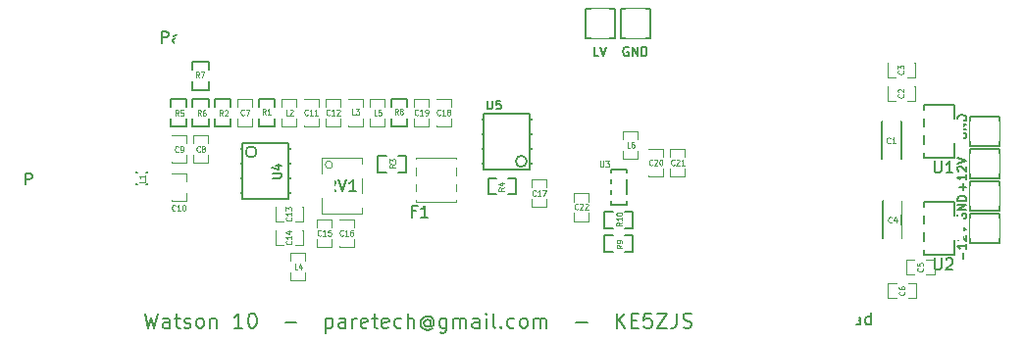
<source format=gto>
G04 (created by PCBNEW (2013-09-28 BZR 4356)-product) date 10/22/2013 9:10:19 PM*
%MOIN*%
G04 Gerber Fmt 3.4, Leading zero omitted, Abs format*
%FSLAX34Y34*%
G01*
G70*
G90*
G04 APERTURE LIST*
%ADD10C,0.005906*%
%ADD11C,0.006250*%
%ADD12C,0.005000*%
%ADD13C,0.004700*%
%ADD14C,0.006000*%
%ADD15C,0.003937*%
%ADD16C,0.000394*%
%ADD17C,0.004500*%
%ADD18C,0.007900*%
%ADD19C,0.005900*%
%ADD20C,0.003900*%
%ADD21R,0.200000X0.095000*%
%ADD22R,0.200000X0.090000*%
%ADD23R,0.045000X0.025000*%
%ADD24R,0.025000X0.045000*%
%ADD25R,0.100000X0.070000*%
%ADD26R,0.060000X0.100000*%
%ADD27R,0.063000X0.027600*%
%ADD28R,0.082700X0.027600*%
%ADD29R,0.108300X0.078700*%
%ADD30R,0.059100X0.076800*%
%ADD31R,0.050000X0.025000*%
%ADD32R,0.062992X0.051181*%
%ADD33R,0.062992X0.078740*%
%ADD34R,0.039528X0.104331*%
%ADD35R,0.039400X0.023600*%
%ADD36R,0.059055X0.031496*%
%ADD37R,0.070000X0.100000*%
%ADD38C,0.100000*%
G04 APERTURE END LIST*
G54D10*
G54D11*
X64906Y-58981D02*
X65025Y-59481D01*
X65120Y-59124D01*
X65215Y-59481D01*
X65335Y-58981D01*
X65739Y-59481D02*
X65739Y-59219D01*
X65715Y-59171D01*
X65668Y-59147D01*
X65573Y-59147D01*
X65525Y-59171D01*
X65739Y-59457D02*
X65692Y-59481D01*
X65573Y-59481D01*
X65525Y-59457D01*
X65501Y-59409D01*
X65501Y-59362D01*
X65525Y-59314D01*
X65573Y-59290D01*
X65692Y-59290D01*
X65739Y-59266D01*
X65906Y-59147D02*
X66096Y-59147D01*
X65977Y-58981D02*
X65977Y-59409D01*
X66001Y-59457D01*
X66049Y-59481D01*
X66096Y-59481D01*
X66239Y-59457D02*
X66287Y-59481D01*
X66382Y-59481D01*
X66430Y-59457D01*
X66454Y-59409D01*
X66454Y-59385D01*
X66430Y-59338D01*
X66382Y-59314D01*
X66311Y-59314D01*
X66263Y-59290D01*
X66239Y-59243D01*
X66239Y-59219D01*
X66263Y-59171D01*
X66311Y-59147D01*
X66382Y-59147D01*
X66430Y-59171D01*
X66739Y-59481D02*
X66692Y-59457D01*
X66668Y-59433D01*
X66644Y-59385D01*
X66644Y-59243D01*
X66668Y-59195D01*
X66692Y-59171D01*
X66739Y-59147D01*
X66811Y-59147D01*
X66858Y-59171D01*
X66882Y-59195D01*
X66906Y-59243D01*
X66906Y-59385D01*
X66882Y-59433D01*
X66858Y-59457D01*
X66811Y-59481D01*
X66739Y-59481D01*
X67120Y-59147D02*
X67120Y-59481D01*
X67120Y-59195D02*
X67144Y-59171D01*
X67192Y-59147D01*
X67263Y-59147D01*
X67311Y-59171D01*
X67335Y-59219D01*
X67335Y-59481D01*
X68215Y-59481D02*
X67930Y-59481D01*
X68073Y-59481D02*
X68073Y-58981D01*
X68025Y-59052D01*
X67977Y-59100D01*
X67930Y-59124D01*
X68525Y-58981D02*
X68573Y-58981D01*
X68620Y-59005D01*
X68644Y-59028D01*
X68668Y-59076D01*
X68692Y-59171D01*
X68692Y-59290D01*
X68668Y-59385D01*
X68644Y-59433D01*
X68620Y-59457D01*
X68573Y-59481D01*
X68525Y-59481D01*
X68477Y-59457D01*
X68454Y-59433D01*
X68430Y-59385D01*
X68406Y-59290D01*
X68406Y-59171D01*
X68430Y-59076D01*
X68454Y-59028D01*
X68477Y-59005D01*
X68525Y-58981D01*
X69668Y-59290D02*
X70049Y-59290D01*
X71049Y-59147D02*
X71049Y-59647D01*
X71049Y-59171D02*
X71096Y-59147D01*
X71192Y-59147D01*
X71239Y-59171D01*
X71263Y-59195D01*
X71287Y-59243D01*
X71287Y-59385D01*
X71263Y-59433D01*
X71239Y-59457D01*
X71192Y-59481D01*
X71096Y-59481D01*
X71049Y-59457D01*
X71715Y-59481D02*
X71715Y-59219D01*
X71692Y-59171D01*
X71644Y-59147D01*
X71549Y-59147D01*
X71501Y-59171D01*
X71715Y-59457D02*
X71668Y-59481D01*
X71549Y-59481D01*
X71501Y-59457D01*
X71477Y-59409D01*
X71477Y-59362D01*
X71501Y-59314D01*
X71549Y-59290D01*
X71668Y-59290D01*
X71715Y-59266D01*
X71954Y-59481D02*
X71954Y-59147D01*
X71954Y-59243D02*
X71977Y-59195D01*
X72001Y-59171D01*
X72049Y-59147D01*
X72096Y-59147D01*
X72454Y-59457D02*
X72406Y-59481D01*
X72311Y-59481D01*
X72263Y-59457D01*
X72239Y-59409D01*
X72239Y-59219D01*
X72263Y-59171D01*
X72311Y-59147D01*
X72406Y-59147D01*
X72454Y-59171D01*
X72477Y-59219D01*
X72477Y-59266D01*
X72239Y-59314D01*
X72620Y-59147D02*
X72811Y-59147D01*
X72692Y-58981D02*
X72692Y-59409D01*
X72715Y-59457D01*
X72763Y-59481D01*
X72811Y-59481D01*
X73168Y-59457D02*
X73120Y-59481D01*
X73025Y-59481D01*
X72977Y-59457D01*
X72954Y-59409D01*
X72954Y-59219D01*
X72977Y-59171D01*
X73025Y-59147D01*
X73120Y-59147D01*
X73168Y-59171D01*
X73192Y-59219D01*
X73192Y-59266D01*
X72954Y-59314D01*
X73620Y-59457D02*
X73573Y-59481D01*
X73477Y-59481D01*
X73430Y-59457D01*
X73406Y-59433D01*
X73382Y-59385D01*
X73382Y-59243D01*
X73406Y-59195D01*
X73430Y-59171D01*
X73477Y-59147D01*
X73573Y-59147D01*
X73620Y-59171D01*
X73835Y-59481D02*
X73835Y-58981D01*
X74049Y-59481D02*
X74049Y-59219D01*
X74025Y-59171D01*
X73977Y-59147D01*
X73906Y-59147D01*
X73858Y-59171D01*
X73835Y-59195D01*
X74596Y-59243D02*
X74573Y-59219D01*
X74525Y-59195D01*
X74477Y-59195D01*
X74430Y-59219D01*
X74406Y-59243D01*
X74382Y-59290D01*
X74382Y-59338D01*
X74406Y-59385D01*
X74430Y-59409D01*
X74477Y-59433D01*
X74525Y-59433D01*
X74573Y-59409D01*
X74596Y-59385D01*
X74596Y-59195D02*
X74596Y-59385D01*
X74620Y-59409D01*
X74644Y-59409D01*
X74692Y-59385D01*
X74715Y-59338D01*
X74715Y-59219D01*
X74668Y-59147D01*
X74596Y-59100D01*
X74501Y-59076D01*
X74406Y-59100D01*
X74335Y-59147D01*
X74287Y-59219D01*
X74263Y-59314D01*
X74287Y-59409D01*
X74335Y-59481D01*
X74406Y-59528D01*
X74501Y-59552D01*
X74596Y-59528D01*
X74668Y-59481D01*
X75144Y-59147D02*
X75144Y-59552D01*
X75120Y-59600D01*
X75096Y-59624D01*
X75049Y-59647D01*
X74977Y-59647D01*
X74930Y-59624D01*
X75144Y-59457D02*
X75096Y-59481D01*
X75001Y-59481D01*
X74954Y-59457D01*
X74930Y-59433D01*
X74906Y-59385D01*
X74906Y-59243D01*
X74930Y-59195D01*
X74954Y-59171D01*
X75001Y-59147D01*
X75096Y-59147D01*
X75144Y-59171D01*
X75382Y-59481D02*
X75382Y-59147D01*
X75382Y-59195D02*
X75406Y-59171D01*
X75454Y-59147D01*
X75525Y-59147D01*
X75573Y-59171D01*
X75596Y-59219D01*
X75596Y-59481D01*
X75596Y-59219D02*
X75620Y-59171D01*
X75668Y-59147D01*
X75739Y-59147D01*
X75787Y-59171D01*
X75811Y-59219D01*
X75811Y-59481D01*
X76263Y-59481D02*
X76263Y-59219D01*
X76239Y-59171D01*
X76192Y-59147D01*
X76096Y-59147D01*
X76049Y-59171D01*
X76263Y-59457D02*
X76215Y-59481D01*
X76096Y-59481D01*
X76049Y-59457D01*
X76025Y-59409D01*
X76025Y-59362D01*
X76049Y-59314D01*
X76096Y-59290D01*
X76215Y-59290D01*
X76263Y-59266D01*
X76501Y-59481D02*
X76501Y-59147D01*
X76501Y-58981D02*
X76477Y-59005D01*
X76501Y-59028D01*
X76525Y-59005D01*
X76501Y-58981D01*
X76501Y-59028D01*
X76811Y-59481D02*
X76763Y-59457D01*
X76739Y-59409D01*
X76739Y-58981D01*
X77001Y-59433D02*
X77025Y-59457D01*
X77001Y-59481D01*
X76977Y-59457D01*
X77001Y-59433D01*
X77001Y-59481D01*
X77454Y-59457D02*
X77406Y-59481D01*
X77311Y-59481D01*
X77263Y-59457D01*
X77239Y-59433D01*
X77215Y-59385D01*
X77215Y-59243D01*
X77239Y-59195D01*
X77263Y-59171D01*
X77311Y-59147D01*
X77406Y-59147D01*
X77454Y-59171D01*
X77739Y-59481D02*
X77692Y-59457D01*
X77668Y-59433D01*
X77644Y-59385D01*
X77644Y-59243D01*
X77668Y-59195D01*
X77692Y-59171D01*
X77739Y-59147D01*
X77811Y-59147D01*
X77858Y-59171D01*
X77882Y-59195D01*
X77906Y-59243D01*
X77906Y-59385D01*
X77882Y-59433D01*
X77858Y-59457D01*
X77811Y-59481D01*
X77739Y-59481D01*
X78120Y-59481D02*
X78120Y-59147D01*
X78120Y-59195D02*
X78144Y-59171D01*
X78192Y-59147D01*
X78263Y-59147D01*
X78311Y-59171D01*
X78335Y-59219D01*
X78335Y-59481D01*
X78335Y-59219D02*
X78358Y-59171D01*
X78406Y-59147D01*
X78477Y-59147D01*
X78525Y-59171D01*
X78549Y-59219D01*
X78549Y-59481D01*
X79549Y-59290D02*
X79930Y-59290D01*
X80930Y-59481D02*
X80930Y-58981D01*
X81215Y-59481D02*
X81001Y-59195D01*
X81215Y-58981D02*
X80930Y-59266D01*
X81430Y-59219D02*
X81596Y-59219D01*
X81668Y-59481D02*
X81430Y-59481D01*
X81430Y-58981D01*
X81668Y-58981D01*
X82120Y-58981D02*
X81882Y-58981D01*
X81858Y-59219D01*
X81882Y-59195D01*
X81930Y-59171D01*
X82049Y-59171D01*
X82096Y-59195D01*
X82120Y-59219D01*
X82144Y-59266D01*
X82144Y-59385D01*
X82120Y-59433D01*
X82096Y-59457D01*
X82049Y-59481D01*
X81930Y-59481D01*
X81882Y-59457D01*
X81858Y-59433D01*
X82311Y-58981D02*
X82644Y-58981D01*
X82311Y-59481D01*
X82644Y-59481D01*
X82977Y-58981D02*
X82977Y-59338D01*
X82954Y-59409D01*
X82906Y-59457D01*
X82835Y-59481D01*
X82787Y-59481D01*
X83192Y-59457D02*
X83263Y-59481D01*
X83382Y-59481D01*
X83430Y-59457D01*
X83454Y-59433D01*
X83477Y-59385D01*
X83477Y-59338D01*
X83454Y-59290D01*
X83430Y-59266D01*
X83382Y-59243D01*
X83287Y-59219D01*
X83239Y-59195D01*
X83215Y-59171D01*
X83192Y-59124D01*
X83192Y-59076D01*
X83215Y-59028D01*
X83239Y-59005D01*
X83287Y-58981D01*
X83406Y-58981D01*
X83477Y-59005D01*
G54D12*
X67825Y-51953D02*
X67825Y-51675D01*
X67825Y-51675D02*
X67275Y-51675D01*
X67275Y-51675D02*
X67275Y-51953D01*
X67825Y-52625D02*
X67825Y-52347D01*
X67825Y-52625D02*
X67275Y-52625D01*
X67275Y-52625D02*
X67275Y-52347D01*
X68775Y-52347D02*
X68775Y-52625D01*
X68775Y-52625D02*
X69325Y-52625D01*
X69325Y-52625D02*
X69325Y-52347D01*
X68775Y-51675D02*
X68775Y-51953D01*
X68775Y-51675D02*
X69325Y-51675D01*
X69325Y-51675D02*
X69325Y-51953D01*
X73103Y-53625D02*
X72825Y-53625D01*
X72825Y-53625D02*
X72825Y-54175D01*
X72825Y-54175D02*
X73103Y-54175D01*
X73775Y-53625D02*
X73497Y-53625D01*
X73775Y-53625D02*
X73775Y-54175D01*
X73775Y-54175D02*
X73497Y-54175D01*
X77247Y-54925D02*
X77525Y-54925D01*
X77525Y-54925D02*
X77525Y-54375D01*
X77525Y-54375D02*
X77247Y-54375D01*
X76575Y-54925D02*
X76853Y-54925D01*
X76575Y-54925D02*
X76575Y-54375D01*
X76575Y-54375D02*
X76853Y-54375D01*
X73275Y-52347D02*
X73275Y-52625D01*
X73275Y-52625D02*
X73825Y-52625D01*
X73825Y-52625D02*
X73825Y-52347D01*
X73275Y-51675D02*
X73275Y-51953D01*
X73275Y-51675D02*
X73825Y-51675D01*
X73825Y-51675D02*
X73825Y-51953D01*
X66525Y-51097D02*
X66525Y-51375D01*
X66525Y-51375D02*
X67075Y-51375D01*
X67075Y-51375D02*
X67075Y-51097D01*
X66525Y-50425D02*
X66525Y-50703D01*
X66525Y-50425D02*
X67075Y-50425D01*
X67075Y-50425D02*
X67075Y-50703D01*
X67075Y-51953D02*
X67075Y-51675D01*
X67075Y-51675D02*
X66525Y-51675D01*
X66525Y-51675D02*
X66525Y-51953D01*
X67075Y-52625D02*
X67075Y-52347D01*
X67075Y-52625D02*
X66525Y-52625D01*
X66525Y-52625D02*
X66525Y-52347D01*
X66325Y-51953D02*
X66325Y-51675D01*
X66325Y-51675D02*
X65775Y-51675D01*
X65775Y-51675D02*
X65775Y-51953D01*
X66325Y-52625D02*
X66325Y-52347D01*
X66325Y-52625D02*
X65775Y-52625D01*
X65775Y-52625D02*
X65775Y-52347D01*
G54D13*
X70744Y-56447D02*
X70744Y-56722D01*
X70744Y-56053D02*
X70744Y-55778D01*
X71256Y-56447D02*
X71256Y-56722D01*
X71256Y-55778D02*
X71256Y-56053D01*
X71250Y-56722D02*
X70750Y-56722D01*
X70750Y-55778D02*
X71250Y-55778D01*
X91058Y-57154D02*
X90783Y-57154D01*
X91452Y-57154D02*
X91727Y-57154D01*
X91058Y-57666D02*
X90783Y-57666D01*
X91727Y-57666D02*
X91452Y-57666D01*
X90783Y-57660D02*
X90783Y-57160D01*
X91727Y-57160D02*
X91727Y-57660D01*
X65794Y-53597D02*
X65794Y-53872D01*
X65794Y-53203D02*
X65794Y-52928D01*
X66306Y-53597D02*
X66306Y-53872D01*
X66306Y-52928D02*
X66306Y-53203D01*
X66300Y-53872D02*
X65800Y-53872D01*
X65800Y-52928D02*
X66300Y-52928D01*
X90403Y-50444D02*
X90128Y-50444D01*
X90797Y-50444D02*
X91072Y-50444D01*
X90403Y-50956D02*
X90128Y-50956D01*
X91072Y-50956D02*
X90797Y-50956D01*
X90128Y-50950D02*
X90128Y-50450D01*
X91072Y-50450D02*
X91072Y-50950D01*
X90433Y-57954D02*
X90158Y-57954D01*
X90827Y-57954D02*
X91102Y-57954D01*
X90433Y-58466D02*
X90158Y-58466D01*
X91102Y-58466D02*
X90827Y-58466D01*
X90158Y-58460D02*
X90158Y-57960D01*
X91102Y-57960D02*
X91102Y-58460D01*
X69603Y-55344D02*
X69328Y-55344D01*
X69997Y-55344D02*
X70272Y-55344D01*
X69603Y-55856D02*
X69328Y-55856D01*
X70272Y-55856D02*
X69997Y-55856D01*
X69328Y-55850D02*
X69328Y-55350D01*
X70272Y-55350D02*
X70272Y-55850D01*
X71556Y-51953D02*
X71556Y-51678D01*
X71556Y-52347D02*
X71556Y-52622D01*
X71044Y-51953D02*
X71044Y-51678D01*
X71044Y-52622D02*
X71044Y-52347D01*
X71050Y-51678D02*
X71550Y-51678D01*
X71550Y-52622D02*
X71050Y-52622D01*
X74044Y-52347D02*
X74044Y-52622D01*
X74044Y-51953D02*
X74044Y-51678D01*
X74556Y-52347D02*
X74556Y-52622D01*
X74556Y-51678D02*
X74556Y-51953D01*
X74550Y-52622D02*
X74050Y-52622D01*
X74050Y-51678D02*
X74550Y-51678D01*
X68556Y-51953D02*
X68556Y-51678D01*
X68556Y-52347D02*
X68556Y-52622D01*
X68044Y-51953D02*
X68044Y-51678D01*
X68044Y-52622D02*
X68044Y-52347D01*
X68050Y-51678D02*
X68550Y-51678D01*
X68550Y-52622D02*
X68050Y-52622D01*
X69603Y-56144D02*
X69328Y-56144D01*
X69997Y-56144D02*
X70272Y-56144D01*
X69603Y-56656D02*
X69328Y-56656D01*
X70272Y-56656D02*
X69997Y-56656D01*
X69328Y-56650D02*
X69328Y-56150D01*
X70272Y-56150D02*
X70272Y-56650D01*
X71494Y-56447D02*
X71494Y-56722D01*
X71494Y-56053D02*
X71494Y-55778D01*
X72006Y-56447D02*
X72006Y-56722D01*
X72006Y-55778D02*
X72006Y-56053D01*
X72000Y-56722D02*
X71500Y-56722D01*
X71500Y-55778D02*
X72000Y-55778D01*
X66544Y-53597D02*
X66544Y-53872D01*
X66544Y-53203D02*
X66544Y-52928D01*
X67056Y-53597D02*
X67056Y-53872D01*
X67056Y-52928D02*
X67056Y-53203D01*
X67050Y-53872D02*
X66550Y-53872D01*
X66550Y-52928D02*
X67050Y-52928D01*
X70806Y-51953D02*
X70806Y-51678D01*
X70806Y-52347D02*
X70806Y-52622D01*
X70294Y-51953D02*
X70294Y-51678D01*
X70294Y-52622D02*
X70294Y-52347D01*
X70300Y-51678D02*
X70800Y-51678D01*
X70800Y-52622D02*
X70300Y-52622D01*
X65794Y-54897D02*
X65794Y-55172D01*
X65794Y-54503D02*
X65794Y-54228D01*
X66306Y-54897D02*
X66306Y-55172D01*
X66306Y-54228D02*
X66306Y-54503D01*
X66300Y-55172D02*
X65800Y-55172D01*
X65800Y-54228D02*
X66300Y-54228D01*
X78044Y-55097D02*
X78044Y-55372D01*
X78044Y-54703D02*
X78044Y-54428D01*
X78556Y-55097D02*
X78556Y-55372D01*
X78556Y-54428D02*
X78556Y-54703D01*
X78550Y-55372D02*
X78050Y-55372D01*
X78050Y-54428D02*
X78550Y-54428D01*
X74794Y-52347D02*
X74794Y-52622D01*
X74794Y-51953D02*
X74794Y-51678D01*
X75306Y-52347D02*
X75306Y-52622D01*
X75306Y-51678D02*
X75306Y-51953D01*
X75300Y-52622D02*
X74800Y-52622D01*
X74800Y-51678D02*
X75300Y-51678D01*
X90797Y-51756D02*
X91072Y-51756D01*
X90403Y-51756D02*
X90128Y-51756D01*
X90797Y-51244D02*
X91072Y-51244D01*
X90128Y-51244D02*
X90403Y-51244D01*
X91072Y-51250D02*
X91072Y-51750D01*
X90128Y-51750D02*
X90128Y-51250D01*
G54D14*
X93935Y-52305D02*
X93935Y-53305D01*
X92935Y-53305D02*
X92935Y-52305D01*
X93935Y-53305D02*
X92935Y-53305D01*
X92935Y-52305D02*
X93935Y-52305D01*
X80860Y-49630D02*
X79860Y-49630D01*
X79860Y-48630D02*
X80860Y-48630D01*
X79860Y-49630D02*
X79860Y-48630D01*
X80860Y-48630D02*
X80860Y-49630D01*
X93935Y-55605D02*
X93935Y-56605D01*
X92935Y-56605D02*
X92935Y-55605D01*
X93935Y-56605D02*
X92935Y-56605D01*
X92935Y-55605D02*
X93935Y-55605D01*
X93935Y-54505D02*
X93935Y-55505D01*
X92935Y-55505D02*
X92935Y-54505D01*
X93935Y-55505D02*
X92935Y-55505D01*
X92935Y-54505D02*
X93935Y-54505D01*
X93935Y-53405D02*
X93935Y-54405D01*
X92935Y-54405D02*
X92935Y-53405D01*
X93935Y-54405D02*
X92935Y-54405D01*
X92935Y-53405D02*
X93935Y-53405D01*
G54D12*
X90893Y-56590D02*
X90893Y-56790D01*
X90893Y-56790D02*
X91363Y-56790D01*
X90893Y-56590D02*
X91363Y-56590D01*
X90893Y-56000D02*
X91363Y-56000D01*
X90893Y-56200D02*
X91363Y-56200D01*
X90893Y-56000D02*
X90893Y-56200D01*
X90893Y-55410D02*
X90893Y-55610D01*
X90893Y-55610D02*
X91363Y-55610D01*
X90893Y-55410D02*
X91363Y-55410D01*
X92588Y-55745D02*
X92588Y-56455D01*
X92588Y-56455D02*
X92393Y-56455D01*
X92588Y-55745D02*
X92393Y-55745D01*
X91363Y-55195D02*
X92393Y-55195D01*
X92393Y-55195D02*
X92393Y-57005D01*
X92393Y-57005D02*
X91363Y-57005D01*
X91363Y-57005D02*
X91363Y-55195D01*
X90893Y-53290D02*
X90893Y-53490D01*
X90893Y-53490D02*
X91363Y-53490D01*
X90893Y-53290D02*
X91363Y-53290D01*
X90893Y-52700D02*
X91363Y-52700D01*
X90893Y-52900D02*
X91363Y-52900D01*
X90893Y-52700D02*
X90893Y-52900D01*
X90893Y-52110D02*
X90893Y-52310D01*
X90893Y-52310D02*
X91363Y-52310D01*
X90893Y-52110D02*
X91363Y-52110D01*
X92588Y-52445D02*
X92588Y-53155D01*
X92588Y-53155D02*
X92393Y-53155D01*
X92588Y-52445D02*
X92393Y-52445D01*
X91363Y-51895D02*
X92393Y-51895D01*
X92393Y-51895D02*
X92393Y-53705D01*
X92393Y-53705D02*
X91363Y-53705D01*
X91363Y-53705D02*
X91363Y-51895D01*
X89958Y-53550D02*
X90598Y-53550D01*
X90598Y-52470D02*
X89958Y-52470D01*
X89958Y-52470D02*
X89958Y-53730D01*
X89958Y-53730D02*
X90598Y-53730D01*
X90598Y-53730D02*
X90598Y-52470D01*
X90620Y-55350D02*
X89980Y-55350D01*
X89980Y-56430D02*
X90620Y-56430D01*
X90620Y-56430D02*
X90620Y-55170D01*
X90620Y-55170D02*
X89980Y-55170D01*
X89980Y-55170D02*
X89980Y-56430D01*
X76420Y-54100D02*
X77980Y-54100D01*
X77980Y-54100D02*
X77980Y-52200D01*
X77980Y-52200D02*
X76420Y-52200D01*
X76420Y-52200D02*
X76420Y-54100D01*
X76420Y-53900D02*
X75990Y-53900D01*
X76420Y-53400D02*
X75990Y-53400D01*
X76420Y-52900D02*
X75990Y-52900D01*
X75990Y-52400D02*
X76420Y-52400D01*
X77980Y-52400D02*
X78410Y-52400D01*
X78410Y-52900D02*
X77980Y-52900D01*
X78410Y-53400D02*
X77980Y-53400D01*
X78410Y-53900D02*
X77980Y-53900D01*
X77876Y-53810D02*
G75*
G03X77876Y-53810I-186J0D01*
G74*
G01*
G54D15*
X71277Y-53925D02*
G75*
G03X71277Y-53925I-127J0D01*
G74*
G01*
X72288Y-55594D02*
X70911Y-55594D01*
X70911Y-55594D02*
X70911Y-53705D01*
X72288Y-53705D02*
X70911Y-53705D01*
X72288Y-53705D02*
X72288Y-55594D01*
G54D12*
X69780Y-53200D02*
X68220Y-53200D01*
X68220Y-53200D02*
X68220Y-55100D01*
X68220Y-55100D02*
X69780Y-55100D01*
X69780Y-55100D02*
X69780Y-53200D01*
X69780Y-53400D02*
X70210Y-53400D01*
X69780Y-53900D02*
X70210Y-53900D01*
X69780Y-54400D02*
X70210Y-54400D01*
X70210Y-54900D02*
X69780Y-54900D01*
X68220Y-54900D02*
X67790Y-54900D01*
X67790Y-54400D02*
X68220Y-54400D01*
X67790Y-53900D02*
X68220Y-53900D01*
X67790Y-53400D02*
X68220Y-53400D01*
X68696Y-53490D02*
G75*
G03X68696Y-53490I-186J0D01*
G74*
G01*
G54D10*
X64652Y-54203D02*
X64455Y-54203D01*
X64455Y-54203D02*
X64455Y-54596D01*
X64455Y-54596D02*
X64652Y-54596D01*
X64947Y-54203D02*
X65144Y-54203D01*
X65144Y-54203D02*
X65144Y-54596D01*
X65144Y-54596D02*
X64947Y-54596D01*
G54D12*
X81280Y-54100D02*
X81280Y-55280D01*
X81280Y-55280D02*
X80730Y-55280D01*
X80730Y-55280D02*
X80730Y-54100D01*
X80730Y-54100D02*
X81280Y-54100D01*
X80803Y-55525D02*
X80525Y-55525D01*
X80525Y-55525D02*
X80525Y-56075D01*
X80525Y-56075D02*
X80803Y-56075D01*
X81475Y-55525D02*
X81197Y-55525D01*
X81475Y-55525D02*
X81475Y-56075D01*
X81475Y-56075D02*
X81197Y-56075D01*
X81197Y-56875D02*
X81475Y-56875D01*
X81475Y-56875D02*
X81475Y-56325D01*
X81475Y-56325D02*
X81197Y-56325D01*
X80525Y-56875D02*
X80803Y-56875D01*
X80525Y-56875D02*
X80525Y-56325D01*
X80525Y-56325D02*
X80803Y-56325D01*
G54D13*
X82506Y-53653D02*
X82506Y-53378D01*
X82506Y-54047D02*
X82506Y-54322D01*
X81994Y-53653D02*
X81994Y-53378D01*
X81994Y-54322D02*
X81994Y-54047D01*
X82000Y-53378D02*
X82500Y-53378D01*
X82500Y-54322D02*
X82000Y-54322D01*
X79474Y-55567D02*
X79474Y-55842D01*
X79474Y-55173D02*
X79474Y-54898D01*
X79986Y-55567D02*
X79986Y-55842D01*
X79986Y-54898D02*
X79986Y-55173D01*
X79980Y-55842D02*
X79480Y-55842D01*
X79480Y-54898D02*
X79980Y-54898D01*
X83256Y-53653D02*
X83256Y-53378D01*
X83256Y-54047D02*
X83256Y-54322D01*
X82744Y-53653D02*
X82744Y-53378D01*
X82744Y-54322D02*
X82744Y-54047D01*
X82750Y-53378D02*
X83250Y-53378D01*
X83250Y-54322D02*
X82750Y-54322D01*
X71794Y-52347D02*
X71794Y-52622D01*
X71794Y-51953D02*
X71794Y-51678D01*
X72306Y-52347D02*
X72306Y-52622D01*
X72306Y-51678D02*
X72306Y-51953D01*
X72300Y-52622D02*
X71800Y-52622D01*
X71800Y-51678D02*
X72300Y-51678D01*
X69544Y-52347D02*
X69544Y-52622D01*
X69544Y-51953D02*
X69544Y-51678D01*
X70056Y-52347D02*
X70056Y-52622D01*
X70056Y-51678D02*
X70056Y-51953D01*
X70050Y-52622D02*
X69550Y-52622D01*
X69550Y-51678D02*
X70050Y-51678D01*
X70356Y-57203D02*
X70356Y-56928D01*
X70356Y-57597D02*
X70356Y-57872D01*
X69844Y-57203D02*
X69844Y-56928D01*
X69844Y-57872D02*
X69844Y-57597D01*
X69850Y-56928D02*
X70350Y-56928D01*
X70350Y-57872D02*
X69850Y-57872D01*
X73056Y-51953D02*
X73056Y-51678D01*
X73056Y-52347D02*
X73056Y-52622D01*
X72544Y-51953D02*
X72544Y-51678D01*
X72544Y-52622D02*
X72544Y-52347D01*
X72550Y-51678D02*
X73050Y-51678D01*
X73050Y-52622D02*
X72550Y-52622D01*
X81144Y-53447D02*
X81144Y-53722D01*
X81144Y-53053D02*
X81144Y-52778D01*
X81656Y-53447D02*
X81656Y-53722D01*
X81656Y-52778D02*
X81656Y-53053D01*
X81650Y-53722D02*
X81150Y-53722D01*
X81150Y-52778D02*
X81650Y-52778D01*
G54D16*
X74100Y-53700D02*
X74100Y-55196D01*
X74100Y-55196D02*
X75477Y-55196D01*
X75477Y-55196D02*
X75477Y-53700D01*
X75477Y-53700D02*
X74100Y-53700D01*
G54D14*
X82085Y-49630D02*
X81085Y-49630D01*
X81085Y-48630D02*
X82085Y-48630D01*
X81085Y-49630D02*
X81085Y-48630D01*
X82085Y-48630D02*
X82085Y-49630D01*
G54D10*
X60834Y-54603D02*
X60834Y-54209D01*
X60984Y-54209D01*
X61021Y-54228D01*
X61040Y-54246D01*
X61059Y-54284D01*
X61059Y-54340D01*
X61040Y-54378D01*
X61021Y-54396D01*
X60984Y-54415D01*
X60834Y-54415D01*
X61415Y-54209D02*
X61228Y-54209D01*
X61209Y-54396D01*
X61228Y-54378D01*
X61265Y-54359D01*
X61359Y-54359D01*
X61396Y-54378D01*
X61415Y-54396D01*
X61434Y-54434D01*
X61434Y-54528D01*
X61415Y-54565D01*
X61396Y-54584D01*
X61359Y-54603D01*
X61265Y-54603D01*
X61228Y-54584D01*
X61209Y-54565D01*
G54D17*
X67545Y-52264D02*
X67485Y-52170D01*
X67442Y-52264D02*
X67442Y-52067D01*
X67510Y-52067D01*
X67527Y-52076D01*
X67536Y-52085D01*
X67545Y-52104D01*
X67545Y-52132D01*
X67536Y-52151D01*
X67527Y-52160D01*
X67510Y-52170D01*
X67442Y-52170D01*
X67613Y-52085D02*
X67622Y-52076D01*
X67639Y-52067D01*
X67682Y-52067D01*
X67699Y-52076D01*
X67707Y-52085D01*
X67716Y-52104D01*
X67716Y-52123D01*
X67707Y-52151D01*
X67605Y-52264D01*
X67716Y-52264D01*
X68995Y-52214D02*
X68935Y-52120D01*
X68892Y-52214D02*
X68892Y-52017D01*
X68960Y-52017D01*
X68977Y-52026D01*
X68986Y-52035D01*
X68995Y-52054D01*
X68995Y-52082D01*
X68986Y-52101D01*
X68977Y-52110D01*
X68960Y-52120D01*
X68892Y-52120D01*
X69166Y-52214D02*
X69063Y-52214D01*
X69115Y-52214D02*
X69115Y-52017D01*
X69097Y-52045D01*
X69080Y-52064D01*
X69063Y-52073D01*
X73414Y-53905D02*
X73320Y-53965D01*
X73414Y-54007D02*
X73217Y-54007D01*
X73217Y-53939D01*
X73226Y-53922D01*
X73235Y-53913D01*
X73254Y-53905D01*
X73282Y-53905D01*
X73301Y-53913D01*
X73310Y-53922D01*
X73320Y-53939D01*
X73320Y-54007D01*
X73217Y-53845D02*
X73217Y-53733D01*
X73292Y-53793D01*
X73292Y-53767D01*
X73301Y-53750D01*
X73310Y-53742D01*
X73329Y-53733D01*
X73376Y-53733D01*
X73395Y-53742D01*
X73404Y-53750D01*
X73414Y-53767D01*
X73414Y-53819D01*
X73404Y-53836D01*
X73395Y-53845D01*
X77114Y-54705D02*
X77020Y-54765D01*
X77114Y-54807D02*
X76917Y-54807D01*
X76917Y-54739D01*
X76926Y-54722D01*
X76935Y-54713D01*
X76954Y-54705D01*
X76982Y-54705D01*
X77001Y-54713D01*
X77010Y-54722D01*
X77020Y-54739D01*
X77020Y-54807D01*
X76982Y-54550D02*
X77114Y-54550D01*
X76907Y-54593D02*
X77048Y-54636D01*
X77048Y-54525D01*
X73495Y-52214D02*
X73435Y-52120D01*
X73392Y-52214D02*
X73392Y-52017D01*
X73460Y-52017D01*
X73477Y-52026D01*
X73486Y-52035D01*
X73495Y-52054D01*
X73495Y-52082D01*
X73486Y-52101D01*
X73477Y-52110D01*
X73460Y-52120D01*
X73392Y-52120D01*
X73597Y-52101D02*
X73580Y-52092D01*
X73572Y-52082D01*
X73563Y-52064D01*
X73563Y-52054D01*
X73572Y-52035D01*
X73580Y-52026D01*
X73597Y-52017D01*
X73632Y-52017D01*
X73649Y-52026D01*
X73657Y-52035D01*
X73666Y-52054D01*
X73666Y-52064D01*
X73657Y-52082D01*
X73649Y-52092D01*
X73632Y-52101D01*
X73597Y-52101D01*
X73580Y-52110D01*
X73572Y-52120D01*
X73563Y-52139D01*
X73563Y-52176D01*
X73572Y-52195D01*
X73580Y-52204D01*
X73597Y-52214D01*
X73632Y-52214D01*
X73649Y-52204D01*
X73657Y-52195D01*
X73666Y-52176D01*
X73666Y-52139D01*
X73657Y-52120D01*
X73649Y-52110D01*
X73632Y-52101D01*
X66745Y-50964D02*
X66685Y-50870D01*
X66642Y-50964D02*
X66642Y-50767D01*
X66710Y-50767D01*
X66727Y-50776D01*
X66736Y-50785D01*
X66745Y-50804D01*
X66745Y-50832D01*
X66736Y-50851D01*
X66727Y-50860D01*
X66710Y-50870D01*
X66642Y-50870D01*
X66805Y-50767D02*
X66925Y-50767D01*
X66847Y-50964D01*
X66795Y-52264D02*
X66735Y-52170D01*
X66692Y-52264D02*
X66692Y-52067D01*
X66760Y-52067D01*
X66777Y-52076D01*
X66786Y-52085D01*
X66795Y-52104D01*
X66795Y-52132D01*
X66786Y-52151D01*
X66777Y-52160D01*
X66760Y-52170D01*
X66692Y-52170D01*
X66949Y-52067D02*
X66915Y-52067D01*
X66897Y-52076D01*
X66889Y-52085D01*
X66872Y-52114D01*
X66863Y-52151D01*
X66863Y-52226D01*
X66872Y-52245D01*
X66880Y-52254D01*
X66897Y-52264D01*
X66932Y-52264D01*
X66949Y-52254D01*
X66957Y-52245D01*
X66966Y-52226D01*
X66966Y-52179D01*
X66957Y-52160D01*
X66949Y-52151D01*
X66932Y-52142D01*
X66897Y-52142D01*
X66880Y-52151D01*
X66872Y-52160D01*
X66863Y-52179D01*
X66045Y-52264D02*
X65985Y-52170D01*
X65942Y-52264D02*
X65942Y-52067D01*
X66010Y-52067D01*
X66027Y-52076D01*
X66036Y-52085D01*
X66045Y-52104D01*
X66045Y-52132D01*
X66036Y-52151D01*
X66027Y-52160D01*
X66010Y-52170D01*
X65942Y-52170D01*
X66207Y-52067D02*
X66122Y-52067D01*
X66113Y-52160D01*
X66122Y-52151D01*
X66139Y-52142D01*
X66182Y-52142D01*
X66199Y-52151D01*
X66207Y-52160D01*
X66216Y-52179D01*
X66216Y-52226D01*
X66207Y-52245D01*
X66199Y-52254D01*
X66182Y-52264D01*
X66139Y-52264D01*
X66122Y-52254D01*
X66113Y-52245D01*
X70884Y-56321D02*
X70875Y-56330D01*
X70850Y-56340D01*
X70832Y-56340D01*
X70807Y-56330D01*
X70790Y-56311D01*
X70781Y-56292D01*
X70772Y-56254D01*
X70772Y-56226D01*
X70781Y-56188D01*
X70790Y-56169D01*
X70807Y-56150D01*
X70832Y-56140D01*
X70850Y-56140D01*
X70875Y-56150D01*
X70884Y-56159D01*
X71055Y-56340D02*
X70952Y-56340D01*
X71004Y-56340D02*
X71004Y-56140D01*
X70987Y-56169D01*
X70970Y-56188D01*
X70952Y-56197D01*
X71218Y-56140D02*
X71132Y-56140D01*
X71124Y-56235D01*
X71132Y-56226D01*
X71150Y-56216D01*
X71192Y-56216D01*
X71210Y-56226D01*
X71218Y-56235D01*
X71227Y-56254D01*
X71227Y-56302D01*
X71218Y-56321D01*
X71210Y-56330D01*
X71192Y-56340D01*
X71150Y-56340D01*
X71132Y-56330D01*
X71124Y-56321D01*
X91326Y-57440D02*
X91335Y-57448D01*
X91345Y-57474D01*
X91345Y-57491D01*
X91335Y-57517D01*
X91316Y-57534D01*
X91297Y-57542D01*
X91259Y-57551D01*
X91231Y-57551D01*
X91193Y-57542D01*
X91174Y-57534D01*
X91155Y-57517D01*
X91145Y-57491D01*
X91145Y-57474D01*
X91155Y-57448D01*
X91164Y-57440D01*
X91145Y-57277D02*
X91145Y-57362D01*
X91240Y-57371D01*
X91231Y-57362D01*
X91221Y-57345D01*
X91221Y-57302D01*
X91231Y-57285D01*
X91240Y-57277D01*
X91259Y-57268D01*
X91307Y-57268D01*
X91326Y-57277D01*
X91335Y-57285D01*
X91345Y-57302D01*
X91345Y-57345D01*
X91335Y-57362D01*
X91326Y-57371D01*
X66030Y-53476D02*
X66021Y-53485D01*
X65995Y-53495D01*
X65978Y-53495D01*
X65952Y-53485D01*
X65935Y-53466D01*
X65927Y-53447D01*
X65918Y-53409D01*
X65918Y-53381D01*
X65927Y-53343D01*
X65935Y-53324D01*
X65952Y-53305D01*
X65978Y-53295D01*
X65995Y-53295D01*
X66021Y-53305D01*
X66030Y-53314D01*
X66115Y-53495D02*
X66150Y-53495D01*
X66167Y-53485D01*
X66175Y-53476D01*
X66192Y-53447D01*
X66201Y-53409D01*
X66201Y-53333D01*
X66192Y-53314D01*
X66184Y-53305D01*
X66167Y-53295D01*
X66132Y-53295D01*
X66115Y-53305D01*
X66107Y-53314D01*
X66098Y-53333D01*
X66098Y-53381D01*
X66107Y-53400D01*
X66115Y-53409D01*
X66132Y-53419D01*
X66167Y-53419D01*
X66184Y-53409D01*
X66192Y-53400D01*
X66201Y-53381D01*
X90671Y-50730D02*
X90680Y-50738D01*
X90690Y-50764D01*
X90690Y-50781D01*
X90680Y-50807D01*
X90661Y-50824D01*
X90642Y-50832D01*
X90604Y-50841D01*
X90576Y-50841D01*
X90538Y-50832D01*
X90519Y-50824D01*
X90500Y-50807D01*
X90490Y-50781D01*
X90490Y-50764D01*
X90500Y-50738D01*
X90509Y-50730D01*
X90490Y-50670D02*
X90490Y-50558D01*
X90566Y-50618D01*
X90566Y-50592D01*
X90576Y-50575D01*
X90585Y-50567D01*
X90604Y-50558D01*
X90652Y-50558D01*
X90671Y-50567D01*
X90680Y-50575D01*
X90690Y-50592D01*
X90690Y-50644D01*
X90680Y-50661D01*
X90671Y-50670D01*
X90701Y-58240D02*
X90710Y-58248D01*
X90720Y-58274D01*
X90720Y-58291D01*
X90710Y-58317D01*
X90691Y-58334D01*
X90672Y-58342D01*
X90634Y-58351D01*
X90606Y-58351D01*
X90568Y-58342D01*
X90549Y-58334D01*
X90530Y-58317D01*
X90520Y-58291D01*
X90520Y-58274D01*
X90530Y-58248D01*
X90539Y-58240D01*
X90520Y-58085D02*
X90520Y-58120D01*
X90530Y-58137D01*
X90539Y-58145D01*
X90568Y-58162D01*
X90606Y-58171D01*
X90682Y-58171D01*
X90701Y-58162D01*
X90710Y-58154D01*
X90720Y-58137D01*
X90720Y-58102D01*
X90710Y-58085D01*
X90701Y-58077D01*
X90682Y-58068D01*
X90634Y-58068D01*
X90615Y-58077D01*
X90606Y-58085D01*
X90596Y-58102D01*
X90596Y-58137D01*
X90606Y-58154D01*
X90615Y-58162D01*
X90634Y-58171D01*
X69871Y-55715D02*
X69880Y-55724D01*
X69890Y-55750D01*
X69890Y-55767D01*
X69880Y-55792D01*
X69861Y-55810D01*
X69842Y-55818D01*
X69804Y-55827D01*
X69776Y-55827D01*
X69738Y-55818D01*
X69719Y-55810D01*
X69700Y-55792D01*
X69690Y-55767D01*
X69690Y-55750D01*
X69700Y-55724D01*
X69709Y-55715D01*
X69890Y-55544D02*
X69890Y-55647D01*
X69890Y-55595D02*
X69690Y-55595D01*
X69719Y-55612D01*
X69738Y-55630D01*
X69747Y-55647D01*
X69690Y-55484D02*
X69690Y-55372D01*
X69766Y-55432D01*
X69766Y-55407D01*
X69776Y-55390D01*
X69785Y-55381D01*
X69804Y-55372D01*
X69852Y-55372D01*
X69871Y-55381D01*
X69880Y-55390D01*
X69890Y-55407D01*
X69890Y-55458D01*
X69880Y-55475D01*
X69871Y-55484D01*
X71184Y-52221D02*
X71175Y-52230D01*
X71150Y-52240D01*
X71132Y-52240D01*
X71107Y-52230D01*
X71090Y-52211D01*
X71081Y-52192D01*
X71072Y-52154D01*
X71072Y-52126D01*
X71081Y-52088D01*
X71090Y-52069D01*
X71107Y-52050D01*
X71132Y-52040D01*
X71150Y-52040D01*
X71175Y-52050D01*
X71184Y-52059D01*
X71355Y-52240D02*
X71252Y-52240D01*
X71304Y-52240D02*
X71304Y-52040D01*
X71287Y-52069D01*
X71270Y-52088D01*
X71252Y-52097D01*
X71424Y-52059D02*
X71432Y-52050D01*
X71450Y-52040D01*
X71492Y-52040D01*
X71510Y-52050D01*
X71518Y-52059D01*
X71527Y-52078D01*
X71527Y-52097D01*
X71518Y-52126D01*
X71415Y-52240D01*
X71527Y-52240D01*
X74184Y-52221D02*
X74175Y-52230D01*
X74150Y-52240D01*
X74132Y-52240D01*
X74107Y-52230D01*
X74090Y-52211D01*
X74081Y-52192D01*
X74072Y-52154D01*
X74072Y-52126D01*
X74081Y-52088D01*
X74090Y-52069D01*
X74107Y-52050D01*
X74132Y-52040D01*
X74150Y-52040D01*
X74175Y-52050D01*
X74184Y-52059D01*
X74355Y-52240D02*
X74252Y-52240D01*
X74304Y-52240D02*
X74304Y-52040D01*
X74287Y-52069D01*
X74270Y-52088D01*
X74252Y-52097D01*
X74441Y-52240D02*
X74475Y-52240D01*
X74492Y-52230D01*
X74501Y-52221D01*
X74518Y-52192D01*
X74527Y-52154D01*
X74527Y-52078D01*
X74518Y-52059D01*
X74510Y-52050D01*
X74492Y-52040D01*
X74458Y-52040D01*
X74441Y-52050D01*
X74432Y-52059D01*
X74424Y-52078D01*
X74424Y-52126D01*
X74432Y-52145D01*
X74441Y-52154D01*
X74458Y-52164D01*
X74492Y-52164D01*
X74510Y-52154D01*
X74518Y-52145D01*
X74527Y-52126D01*
X68270Y-52221D02*
X68261Y-52230D01*
X68235Y-52240D01*
X68218Y-52240D01*
X68192Y-52230D01*
X68175Y-52211D01*
X68167Y-52192D01*
X68158Y-52154D01*
X68158Y-52126D01*
X68167Y-52088D01*
X68175Y-52069D01*
X68192Y-52050D01*
X68218Y-52040D01*
X68235Y-52040D01*
X68261Y-52050D01*
X68270Y-52059D01*
X68330Y-52040D02*
X68450Y-52040D01*
X68372Y-52240D01*
X69871Y-56515D02*
X69880Y-56524D01*
X69890Y-56550D01*
X69890Y-56567D01*
X69880Y-56592D01*
X69861Y-56610D01*
X69842Y-56618D01*
X69804Y-56627D01*
X69776Y-56627D01*
X69738Y-56618D01*
X69719Y-56610D01*
X69700Y-56592D01*
X69690Y-56567D01*
X69690Y-56550D01*
X69700Y-56524D01*
X69709Y-56515D01*
X69890Y-56344D02*
X69890Y-56447D01*
X69890Y-56395D02*
X69690Y-56395D01*
X69719Y-56412D01*
X69738Y-56430D01*
X69747Y-56447D01*
X69757Y-56190D02*
X69890Y-56190D01*
X69680Y-56232D02*
X69823Y-56275D01*
X69823Y-56164D01*
X71634Y-56321D02*
X71625Y-56330D01*
X71600Y-56340D01*
X71582Y-56340D01*
X71557Y-56330D01*
X71540Y-56311D01*
X71531Y-56292D01*
X71522Y-56254D01*
X71522Y-56226D01*
X71531Y-56188D01*
X71540Y-56169D01*
X71557Y-56150D01*
X71582Y-56140D01*
X71600Y-56140D01*
X71625Y-56150D01*
X71634Y-56159D01*
X71805Y-56340D02*
X71702Y-56340D01*
X71754Y-56340D02*
X71754Y-56140D01*
X71737Y-56169D01*
X71720Y-56188D01*
X71702Y-56197D01*
X71960Y-56140D02*
X71925Y-56140D01*
X71908Y-56150D01*
X71900Y-56159D01*
X71882Y-56188D01*
X71874Y-56226D01*
X71874Y-56302D01*
X71882Y-56321D01*
X71891Y-56330D01*
X71908Y-56340D01*
X71942Y-56340D01*
X71960Y-56330D01*
X71968Y-56321D01*
X71977Y-56302D01*
X71977Y-56254D01*
X71968Y-56235D01*
X71960Y-56226D01*
X71942Y-56216D01*
X71908Y-56216D01*
X71891Y-56226D01*
X71882Y-56235D01*
X71874Y-56254D01*
X66770Y-53471D02*
X66761Y-53480D01*
X66735Y-53490D01*
X66718Y-53490D01*
X66692Y-53480D01*
X66675Y-53461D01*
X66667Y-53442D01*
X66658Y-53404D01*
X66658Y-53376D01*
X66667Y-53338D01*
X66675Y-53319D01*
X66692Y-53300D01*
X66718Y-53290D01*
X66735Y-53290D01*
X66761Y-53300D01*
X66770Y-53309D01*
X66872Y-53376D02*
X66855Y-53366D01*
X66847Y-53357D01*
X66838Y-53338D01*
X66838Y-53328D01*
X66847Y-53309D01*
X66855Y-53300D01*
X66872Y-53290D01*
X66907Y-53290D01*
X66924Y-53300D01*
X66932Y-53309D01*
X66941Y-53328D01*
X66941Y-53338D01*
X66932Y-53357D01*
X66924Y-53366D01*
X66907Y-53376D01*
X66872Y-53376D01*
X66855Y-53385D01*
X66847Y-53395D01*
X66838Y-53414D01*
X66838Y-53452D01*
X66847Y-53471D01*
X66855Y-53480D01*
X66872Y-53490D01*
X66907Y-53490D01*
X66924Y-53480D01*
X66932Y-53471D01*
X66941Y-53452D01*
X66941Y-53414D01*
X66932Y-53395D01*
X66924Y-53385D01*
X66907Y-53376D01*
X70434Y-52221D02*
X70425Y-52230D01*
X70400Y-52240D01*
X70382Y-52240D01*
X70357Y-52230D01*
X70340Y-52211D01*
X70331Y-52192D01*
X70322Y-52154D01*
X70322Y-52126D01*
X70331Y-52088D01*
X70340Y-52069D01*
X70357Y-52050D01*
X70382Y-52040D01*
X70400Y-52040D01*
X70425Y-52050D01*
X70434Y-52059D01*
X70605Y-52240D02*
X70502Y-52240D01*
X70554Y-52240D02*
X70554Y-52040D01*
X70537Y-52069D01*
X70520Y-52088D01*
X70502Y-52097D01*
X70777Y-52240D02*
X70674Y-52240D01*
X70725Y-52240D02*
X70725Y-52040D01*
X70708Y-52069D01*
X70691Y-52088D01*
X70674Y-52097D01*
X65934Y-55471D02*
X65925Y-55480D01*
X65900Y-55490D01*
X65882Y-55490D01*
X65857Y-55480D01*
X65840Y-55461D01*
X65831Y-55442D01*
X65822Y-55404D01*
X65822Y-55376D01*
X65831Y-55338D01*
X65840Y-55319D01*
X65857Y-55300D01*
X65882Y-55290D01*
X65900Y-55290D01*
X65925Y-55300D01*
X65934Y-55309D01*
X66105Y-55490D02*
X66002Y-55490D01*
X66054Y-55490D02*
X66054Y-55290D01*
X66037Y-55319D01*
X66020Y-55338D01*
X66002Y-55347D01*
X66217Y-55290D02*
X66234Y-55290D01*
X66251Y-55300D01*
X66260Y-55309D01*
X66268Y-55328D01*
X66277Y-55366D01*
X66277Y-55414D01*
X66268Y-55452D01*
X66260Y-55471D01*
X66251Y-55480D01*
X66234Y-55490D01*
X66217Y-55490D01*
X66200Y-55480D01*
X66191Y-55471D01*
X66182Y-55452D01*
X66174Y-55414D01*
X66174Y-55366D01*
X66182Y-55328D01*
X66191Y-55309D01*
X66200Y-55300D01*
X66217Y-55290D01*
X78184Y-54971D02*
X78175Y-54980D01*
X78150Y-54990D01*
X78132Y-54990D01*
X78107Y-54980D01*
X78090Y-54961D01*
X78081Y-54942D01*
X78072Y-54904D01*
X78072Y-54876D01*
X78081Y-54838D01*
X78090Y-54819D01*
X78107Y-54800D01*
X78132Y-54790D01*
X78150Y-54790D01*
X78175Y-54800D01*
X78184Y-54809D01*
X78355Y-54990D02*
X78252Y-54990D01*
X78304Y-54990D02*
X78304Y-54790D01*
X78287Y-54819D01*
X78270Y-54838D01*
X78252Y-54847D01*
X78415Y-54790D02*
X78535Y-54790D01*
X78458Y-54990D01*
X74934Y-52221D02*
X74925Y-52230D01*
X74900Y-52240D01*
X74882Y-52240D01*
X74857Y-52230D01*
X74840Y-52211D01*
X74831Y-52192D01*
X74822Y-52154D01*
X74822Y-52126D01*
X74831Y-52088D01*
X74840Y-52069D01*
X74857Y-52050D01*
X74882Y-52040D01*
X74900Y-52040D01*
X74925Y-52050D01*
X74934Y-52059D01*
X75105Y-52240D02*
X75002Y-52240D01*
X75054Y-52240D02*
X75054Y-52040D01*
X75037Y-52069D01*
X75020Y-52088D01*
X75002Y-52097D01*
X75208Y-52126D02*
X75191Y-52116D01*
X75182Y-52107D01*
X75174Y-52088D01*
X75174Y-52078D01*
X75182Y-52059D01*
X75191Y-52050D01*
X75208Y-52040D01*
X75242Y-52040D01*
X75260Y-52050D01*
X75268Y-52059D01*
X75277Y-52078D01*
X75277Y-52088D01*
X75268Y-52107D01*
X75260Y-52116D01*
X75242Y-52126D01*
X75208Y-52126D01*
X75191Y-52135D01*
X75182Y-52145D01*
X75174Y-52164D01*
X75174Y-52202D01*
X75182Y-52221D01*
X75191Y-52230D01*
X75208Y-52240D01*
X75242Y-52240D01*
X75260Y-52230D01*
X75268Y-52221D01*
X75277Y-52202D01*
X75277Y-52164D01*
X75268Y-52145D01*
X75260Y-52135D01*
X75242Y-52126D01*
X90671Y-51530D02*
X90680Y-51538D01*
X90690Y-51564D01*
X90690Y-51581D01*
X90680Y-51607D01*
X90661Y-51624D01*
X90642Y-51632D01*
X90604Y-51641D01*
X90576Y-51641D01*
X90538Y-51632D01*
X90519Y-51624D01*
X90500Y-51607D01*
X90490Y-51581D01*
X90490Y-51564D01*
X90500Y-51538D01*
X90509Y-51530D01*
X90509Y-51461D02*
X90500Y-51452D01*
X90490Y-51435D01*
X90490Y-51392D01*
X90500Y-51375D01*
X90509Y-51367D01*
X90528Y-51358D01*
X90547Y-51358D01*
X90576Y-51367D01*
X90690Y-51470D01*
X90690Y-51358D01*
G54D14*
X92530Y-52863D02*
X92515Y-52892D01*
X92515Y-52935D01*
X92530Y-52977D01*
X92558Y-53006D01*
X92587Y-53020D01*
X92644Y-53035D01*
X92687Y-53035D01*
X92744Y-53020D01*
X92772Y-53006D01*
X92801Y-52977D01*
X92815Y-52935D01*
X92815Y-52906D01*
X92801Y-52863D01*
X92787Y-52849D01*
X92687Y-52849D01*
X92687Y-52906D01*
X92815Y-52720D02*
X92515Y-52720D01*
X92815Y-52549D01*
X92515Y-52549D01*
X92815Y-52406D02*
X92515Y-52406D01*
X92515Y-52335D01*
X92530Y-52292D01*
X92558Y-52263D01*
X92587Y-52249D01*
X92644Y-52235D01*
X92687Y-52235D01*
X92744Y-52249D01*
X92772Y-52263D01*
X92801Y-52292D01*
X92815Y-52335D01*
X92815Y-52406D01*
X80319Y-50220D02*
X80176Y-50220D01*
X80176Y-49920D01*
X80376Y-49920D02*
X80476Y-50220D01*
X80576Y-49920D01*
X92701Y-57138D02*
X92701Y-56910D01*
X92815Y-56610D02*
X92815Y-56781D01*
X92815Y-56695D02*
X92515Y-56695D01*
X92558Y-56724D01*
X92587Y-56752D01*
X92601Y-56781D01*
X92544Y-56495D02*
X92530Y-56481D01*
X92515Y-56452D01*
X92515Y-56381D01*
X92530Y-56352D01*
X92544Y-56338D01*
X92572Y-56324D01*
X92601Y-56324D01*
X92644Y-56338D01*
X92815Y-56510D01*
X92815Y-56324D01*
X92515Y-56238D02*
X92815Y-56138D01*
X92515Y-56038D01*
X92530Y-55613D02*
X92515Y-55642D01*
X92515Y-55685D01*
X92530Y-55727D01*
X92558Y-55756D01*
X92587Y-55770D01*
X92644Y-55785D01*
X92687Y-55785D01*
X92744Y-55770D01*
X92772Y-55756D01*
X92801Y-55727D01*
X92815Y-55685D01*
X92815Y-55656D01*
X92801Y-55613D01*
X92787Y-55599D01*
X92687Y-55599D01*
X92687Y-55656D01*
X92815Y-55470D02*
X92515Y-55470D01*
X92815Y-55299D01*
X92515Y-55299D01*
X92815Y-55156D02*
X92515Y-55156D01*
X92515Y-55085D01*
X92530Y-55042D01*
X92558Y-55013D01*
X92587Y-54999D01*
X92644Y-54985D01*
X92687Y-54985D01*
X92744Y-54999D01*
X92772Y-55013D01*
X92801Y-55042D01*
X92815Y-55085D01*
X92815Y-55156D01*
X92701Y-54788D02*
X92701Y-54560D01*
X92815Y-54674D02*
X92587Y-54674D01*
X92815Y-54260D02*
X92815Y-54431D01*
X92815Y-54345D02*
X92515Y-54345D01*
X92558Y-54374D01*
X92587Y-54402D01*
X92601Y-54431D01*
X92544Y-54145D02*
X92530Y-54131D01*
X92515Y-54102D01*
X92515Y-54031D01*
X92530Y-54002D01*
X92544Y-53988D01*
X92572Y-53974D01*
X92601Y-53974D01*
X92644Y-53988D01*
X92815Y-54160D01*
X92815Y-53974D01*
X92515Y-53888D02*
X92815Y-53788D01*
X92515Y-53688D01*
G54D18*
X91734Y-57104D02*
X91734Y-57423D01*
X91753Y-57460D01*
X91772Y-57479D01*
X91809Y-57498D01*
X91884Y-57498D01*
X91922Y-57479D01*
X91941Y-57460D01*
X91959Y-57423D01*
X91959Y-57104D01*
X92128Y-57141D02*
X92147Y-57123D01*
X92185Y-57104D01*
X92278Y-57104D01*
X92316Y-57123D01*
X92335Y-57141D01*
X92353Y-57179D01*
X92353Y-57216D01*
X92335Y-57273D01*
X92110Y-57498D01*
X92353Y-57498D01*
X91734Y-53804D02*
X91734Y-54123D01*
X91753Y-54160D01*
X91772Y-54179D01*
X91809Y-54198D01*
X91884Y-54198D01*
X91922Y-54179D01*
X91941Y-54160D01*
X91959Y-54123D01*
X91959Y-53804D01*
X92353Y-54198D02*
X92128Y-54198D01*
X92241Y-54198D02*
X92241Y-53804D01*
X92203Y-53860D01*
X92166Y-53898D01*
X92128Y-53916D01*
G54D13*
X90227Y-53175D02*
X90217Y-53184D01*
X90189Y-53194D01*
X90170Y-53194D01*
X90142Y-53184D01*
X90123Y-53165D01*
X90114Y-53147D01*
X90105Y-53109D01*
X90105Y-53081D01*
X90114Y-53044D01*
X90123Y-53025D01*
X90142Y-53006D01*
X90170Y-52997D01*
X90189Y-52997D01*
X90217Y-53006D01*
X90227Y-53015D01*
X90414Y-53194D02*
X90302Y-53194D01*
X90358Y-53194D02*
X90358Y-52997D01*
X90339Y-53025D01*
X90320Y-53044D01*
X90302Y-53053D01*
X90277Y-55875D02*
X90267Y-55884D01*
X90239Y-55894D01*
X90220Y-55894D01*
X90192Y-55884D01*
X90173Y-55865D01*
X90164Y-55847D01*
X90155Y-55809D01*
X90155Y-55781D01*
X90164Y-55744D01*
X90173Y-55725D01*
X90192Y-55706D01*
X90220Y-55697D01*
X90239Y-55697D01*
X90267Y-55706D01*
X90277Y-55715D01*
X90446Y-55762D02*
X90446Y-55894D01*
X90399Y-55687D02*
X90352Y-55828D01*
X90474Y-55828D01*
G54D19*
X76535Y-51743D02*
X76535Y-51982D01*
X76549Y-52010D01*
X76563Y-52024D01*
X76591Y-52038D01*
X76647Y-52038D01*
X76675Y-52024D01*
X76689Y-52010D01*
X76703Y-51982D01*
X76703Y-51743D01*
X76984Y-51743D02*
X76844Y-51743D01*
X76830Y-51883D01*
X76844Y-51869D01*
X76872Y-51855D01*
X76942Y-51855D01*
X76970Y-51869D01*
X76984Y-51883D01*
X76998Y-51912D01*
X76998Y-51982D01*
X76984Y-52010D01*
X76970Y-52024D01*
X76942Y-52038D01*
X76872Y-52038D01*
X76844Y-52024D01*
X76830Y-52010D01*
G54D10*
X71365Y-54828D02*
X71234Y-54640D01*
X71140Y-54828D02*
X71140Y-54434D01*
X71290Y-54434D01*
X71328Y-54453D01*
X71346Y-54471D01*
X71365Y-54509D01*
X71365Y-54565D01*
X71346Y-54603D01*
X71328Y-54621D01*
X71290Y-54640D01*
X71140Y-54640D01*
X71478Y-54434D02*
X71609Y-54828D01*
X71740Y-54434D01*
X72078Y-54828D02*
X71853Y-54828D01*
X71965Y-54828D02*
X71965Y-54434D01*
X71928Y-54490D01*
X71890Y-54528D01*
X71853Y-54546D01*
G54D19*
X69238Y-54374D02*
X69477Y-54374D01*
X69505Y-54360D01*
X69519Y-54346D01*
X69533Y-54318D01*
X69533Y-54262D01*
X69519Y-54234D01*
X69505Y-54220D01*
X69477Y-54206D01*
X69238Y-54206D01*
X69336Y-53939D02*
X69533Y-53939D01*
X69224Y-54009D02*
X69435Y-54079D01*
X69435Y-53897D01*
G54D17*
X64899Y-54435D02*
X64899Y-54520D01*
X64702Y-54520D01*
X64899Y-54280D02*
X64899Y-54383D01*
X64899Y-54332D02*
X64702Y-54332D01*
X64730Y-54349D01*
X64749Y-54366D01*
X64758Y-54383D01*
G54D20*
X80359Y-53797D02*
X80359Y-53956D01*
X80369Y-53975D01*
X80378Y-53984D01*
X80397Y-53994D01*
X80434Y-53994D01*
X80453Y-53984D01*
X80463Y-53975D01*
X80472Y-53956D01*
X80472Y-53797D01*
X80547Y-53797D02*
X80669Y-53797D01*
X80603Y-53872D01*
X80631Y-53872D01*
X80650Y-53881D01*
X80660Y-53890D01*
X80669Y-53909D01*
X80669Y-53956D01*
X80660Y-53975D01*
X80650Y-53984D01*
X80631Y-53994D01*
X80575Y-53994D01*
X80556Y-53984D01*
X80547Y-53975D01*
G54D17*
X81114Y-55890D02*
X81020Y-55950D01*
X81114Y-55993D02*
X80917Y-55993D01*
X80917Y-55925D01*
X80926Y-55907D01*
X80935Y-55899D01*
X80954Y-55890D01*
X80982Y-55890D01*
X81001Y-55899D01*
X81010Y-55907D01*
X81020Y-55925D01*
X81020Y-55993D01*
X81114Y-55719D02*
X81114Y-55822D01*
X81114Y-55770D02*
X80917Y-55770D01*
X80945Y-55787D01*
X80964Y-55805D01*
X80973Y-55822D01*
X80917Y-55607D02*
X80917Y-55590D01*
X80926Y-55573D01*
X80935Y-55565D01*
X80954Y-55556D01*
X80992Y-55547D01*
X81039Y-55547D01*
X81076Y-55556D01*
X81095Y-55565D01*
X81104Y-55573D01*
X81114Y-55590D01*
X81114Y-55607D01*
X81104Y-55625D01*
X81095Y-55633D01*
X81076Y-55642D01*
X81039Y-55650D01*
X80992Y-55650D01*
X80954Y-55642D01*
X80935Y-55633D01*
X80926Y-55625D01*
X80917Y-55607D01*
X81124Y-56660D02*
X81030Y-56720D01*
X81124Y-56762D02*
X80927Y-56762D01*
X80927Y-56694D01*
X80936Y-56677D01*
X80945Y-56668D01*
X80964Y-56660D01*
X80992Y-56660D01*
X81011Y-56668D01*
X81020Y-56677D01*
X81030Y-56694D01*
X81030Y-56762D01*
X81124Y-56574D02*
X81124Y-56540D01*
X81114Y-56522D01*
X81105Y-56514D01*
X81077Y-56497D01*
X81039Y-56488D01*
X80964Y-56488D01*
X80945Y-56497D01*
X80936Y-56505D01*
X80927Y-56522D01*
X80927Y-56557D01*
X80936Y-56574D01*
X80945Y-56582D01*
X80964Y-56591D01*
X81011Y-56591D01*
X81030Y-56582D01*
X81039Y-56574D01*
X81049Y-56557D01*
X81049Y-56522D01*
X81039Y-56505D01*
X81030Y-56497D01*
X81011Y-56488D01*
X82144Y-53926D02*
X82135Y-53935D01*
X82110Y-53945D01*
X82092Y-53945D01*
X82067Y-53935D01*
X82050Y-53916D01*
X82041Y-53897D01*
X82032Y-53859D01*
X82032Y-53831D01*
X82041Y-53793D01*
X82050Y-53774D01*
X82067Y-53755D01*
X82092Y-53745D01*
X82110Y-53745D01*
X82135Y-53755D01*
X82144Y-53764D01*
X82212Y-53764D02*
X82221Y-53755D01*
X82238Y-53745D01*
X82281Y-53745D01*
X82298Y-53755D01*
X82307Y-53764D01*
X82315Y-53783D01*
X82315Y-53802D01*
X82307Y-53831D01*
X82204Y-53945D01*
X82315Y-53945D01*
X82427Y-53745D02*
X82444Y-53745D01*
X82461Y-53755D01*
X82470Y-53764D01*
X82478Y-53783D01*
X82487Y-53821D01*
X82487Y-53869D01*
X82478Y-53907D01*
X82470Y-53926D01*
X82461Y-53935D01*
X82444Y-53945D01*
X82427Y-53945D01*
X82410Y-53935D01*
X82401Y-53926D01*
X82392Y-53907D01*
X82384Y-53869D01*
X82384Y-53821D01*
X82392Y-53783D01*
X82401Y-53764D01*
X82410Y-53755D01*
X82427Y-53745D01*
X79619Y-55426D02*
X79610Y-55435D01*
X79585Y-55445D01*
X79567Y-55445D01*
X79542Y-55435D01*
X79525Y-55416D01*
X79516Y-55397D01*
X79507Y-55359D01*
X79507Y-55331D01*
X79516Y-55293D01*
X79525Y-55274D01*
X79542Y-55255D01*
X79567Y-55245D01*
X79585Y-55245D01*
X79610Y-55255D01*
X79619Y-55264D01*
X79687Y-55264D02*
X79696Y-55255D01*
X79713Y-55245D01*
X79756Y-55245D01*
X79773Y-55255D01*
X79782Y-55264D01*
X79790Y-55283D01*
X79790Y-55302D01*
X79782Y-55331D01*
X79679Y-55445D01*
X79790Y-55445D01*
X79859Y-55264D02*
X79867Y-55255D01*
X79885Y-55245D01*
X79927Y-55245D01*
X79945Y-55255D01*
X79953Y-55264D01*
X79962Y-55283D01*
X79962Y-55302D01*
X79953Y-55331D01*
X79850Y-55445D01*
X79962Y-55445D01*
X82894Y-53926D02*
X82885Y-53935D01*
X82860Y-53945D01*
X82842Y-53945D01*
X82817Y-53935D01*
X82800Y-53916D01*
X82791Y-53897D01*
X82782Y-53859D01*
X82782Y-53831D01*
X82791Y-53793D01*
X82800Y-53774D01*
X82817Y-53755D01*
X82842Y-53745D01*
X82860Y-53745D01*
X82885Y-53755D01*
X82894Y-53764D01*
X82962Y-53764D02*
X82971Y-53755D01*
X82988Y-53745D01*
X83031Y-53745D01*
X83048Y-53755D01*
X83057Y-53764D01*
X83065Y-53783D01*
X83065Y-53802D01*
X83057Y-53831D01*
X82954Y-53945D01*
X83065Y-53945D01*
X83237Y-53945D02*
X83134Y-53945D01*
X83185Y-53945D02*
X83185Y-53745D01*
X83168Y-53774D01*
X83151Y-53793D01*
X83134Y-53802D01*
X72030Y-52220D02*
X71944Y-52220D01*
X71944Y-52020D01*
X72072Y-52020D02*
X72184Y-52020D01*
X72124Y-52096D01*
X72150Y-52096D01*
X72167Y-52106D01*
X72175Y-52115D01*
X72184Y-52134D01*
X72184Y-52182D01*
X72175Y-52201D01*
X72167Y-52210D01*
X72150Y-52220D01*
X72098Y-52220D01*
X72081Y-52210D01*
X72072Y-52201D01*
X69780Y-52245D02*
X69694Y-52245D01*
X69694Y-52045D01*
X69831Y-52064D02*
X69840Y-52055D01*
X69857Y-52045D01*
X69900Y-52045D01*
X69917Y-52055D01*
X69925Y-52064D01*
X69934Y-52083D01*
X69934Y-52102D01*
X69925Y-52131D01*
X69822Y-52245D01*
X69934Y-52245D01*
X70080Y-57495D02*
X69994Y-57495D01*
X69994Y-57295D01*
X70217Y-57362D02*
X70217Y-57495D01*
X70174Y-57285D02*
X70131Y-57428D01*
X70242Y-57428D01*
X72780Y-52245D02*
X72694Y-52245D01*
X72694Y-52045D01*
X72925Y-52045D02*
X72840Y-52045D01*
X72831Y-52140D01*
X72840Y-52131D01*
X72857Y-52121D01*
X72900Y-52121D01*
X72917Y-52131D01*
X72925Y-52140D01*
X72934Y-52159D01*
X72934Y-52207D01*
X72925Y-52226D01*
X72917Y-52235D01*
X72900Y-52245D01*
X72857Y-52245D01*
X72840Y-52235D01*
X72831Y-52226D01*
X81380Y-53345D02*
X81294Y-53345D01*
X81294Y-53145D01*
X81517Y-53145D02*
X81482Y-53145D01*
X81465Y-53155D01*
X81457Y-53164D01*
X81440Y-53193D01*
X81431Y-53231D01*
X81431Y-53307D01*
X81440Y-53326D01*
X81448Y-53335D01*
X81465Y-53345D01*
X81500Y-53345D01*
X81517Y-53335D01*
X81525Y-53326D01*
X81534Y-53307D01*
X81534Y-53259D01*
X81525Y-53240D01*
X81517Y-53231D01*
X81500Y-53221D01*
X81465Y-53221D01*
X81448Y-53231D01*
X81440Y-53240D01*
X81431Y-53259D01*
G54D10*
X74103Y-55501D02*
X73972Y-55501D01*
X73972Y-55708D02*
X73972Y-55314D01*
X74160Y-55314D01*
X74516Y-55708D02*
X74291Y-55708D01*
X74403Y-55708D02*
X74403Y-55314D01*
X74366Y-55370D01*
X74328Y-55408D01*
X74291Y-55426D01*
G54D14*
X81326Y-49935D02*
X81297Y-49920D01*
X81255Y-49920D01*
X81212Y-49935D01*
X81183Y-49963D01*
X81169Y-49992D01*
X81155Y-50049D01*
X81155Y-50092D01*
X81169Y-50149D01*
X81183Y-50177D01*
X81212Y-50206D01*
X81255Y-50220D01*
X81283Y-50220D01*
X81326Y-50206D01*
X81340Y-50192D01*
X81340Y-50092D01*
X81283Y-50092D01*
X81469Y-50220D02*
X81469Y-49920D01*
X81640Y-50220D01*
X81640Y-49920D01*
X81783Y-50220D02*
X81783Y-49920D01*
X81855Y-49920D01*
X81897Y-49935D01*
X81926Y-49963D01*
X81940Y-49992D01*
X81955Y-50049D01*
X81955Y-50092D01*
X81940Y-50149D01*
X81926Y-50177D01*
X81897Y-50206D01*
X81855Y-50220D01*
X81783Y-50220D01*
G54D10*
X88645Y-59363D02*
X88645Y-58969D01*
X88795Y-58969D01*
X88833Y-58988D01*
X88851Y-59006D01*
X88870Y-59044D01*
X88870Y-59100D01*
X88851Y-59138D01*
X88833Y-59156D01*
X88795Y-59175D01*
X88645Y-59175D01*
X89208Y-59363D02*
X89208Y-59156D01*
X89189Y-59119D01*
X89151Y-59100D01*
X89076Y-59100D01*
X89039Y-59119D01*
X89208Y-59344D02*
X89170Y-59363D01*
X89076Y-59363D01*
X89039Y-59344D01*
X89020Y-59306D01*
X89020Y-59269D01*
X89039Y-59231D01*
X89076Y-59213D01*
X89170Y-59213D01*
X89208Y-59194D01*
X89564Y-59363D02*
X89564Y-58969D01*
X89564Y-59344D02*
X89526Y-59363D01*
X89451Y-59363D01*
X89414Y-59344D01*
X89395Y-59325D01*
X89376Y-59288D01*
X89376Y-59175D01*
X89395Y-59138D01*
X89414Y-59119D01*
X89451Y-59100D01*
X89526Y-59100D01*
X89564Y-59119D01*
X65470Y-49788D02*
X65470Y-49394D01*
X65620Y-49394D01*
X65658Y-49413D01*
X65676Y-49431D01*
X65695Y-49469D01*
X65695Y-49525D01*
X65676Y-49563D01*
X65658Y-49581D01*
X65620Y-49600D01*
X65470Y-49600D01*
X66033Y-49788D02*
X66033Y-49581D01*
X66014Y-49544D01*
X65976Y-49525D01*
X65901Y-49525D01*
X65864Y-49544D01*
X66033Y-49769D02*
X65995Y-49788D01*
X65901Y-49788D01*
X65864Y-49769D01*
X65845Y-49731D01*
X65845Y-49694D01*
X65864Y-49656D01*
X65901Y-49638D01*
X65995Y-49638D01*
X66033Y-49619D01*
X66389Y-49788D02*
X66389Y-49394D01*
X66389Y-49769D02*
X66351Y-49788D01*
X66276Y-49788D01*
X66239Y-49769D01*
X66220Y-49750D01*
X66201Y-49713D01*
X66201Y-49600D01*
X66220Y-49563D01*
X66239Y-49544D01*
X66276Y-49525D01*
X66351Y-49525D01*
X66389Y-49544D01*
%LPC*%
G54D21*
X62125Y-56150D03*
X62125Y-52700D03*
G54D22*
X62125Y-54425D03*
G54D23*
X67550Y-51850D03*
X67550Y-52450D03*
X69050Y-52450D03*
X69050Y-51850D03*
G54D24*
X73000Y-53900D03*
X73600Y-53900D03*
X77350Y-54650D03*
X76750Y-54650D03*
G54D23*
X73550Y-52450D03*
X73550Y-51850D03*
X66800Y-51200D03*
X66800Y-50600D03*
X66800Y-51850D03*
X66800Y-52450D03*
X66050Y-51850D03*
X66050Y-52450D03*
X71000Y-55950D03*
X71000Y-56550D03*
G54D24*
X91555Y-57410D03*
X90955Y-57410D03*
G54D23*
X66050Y-53100D03*
X66050Y-53700D03*
G54D24*
X90900Y-50700D03*
X90300Y-50700D03*
X90930Y-58210D03*
X90330Y-58210D03*
X70100Y-55600D03*
X69500Y-55600D03*
G54D23*
X71300Y-52450D03*
X71300Y-51850D03*
X74300Y-51850D03*
X74300Y-52450D03*
X68300Y-52450D03*
X68300Y-51850D03*
G54D24*
X70100Y-56400D03*
X69500Y-56400D03*
G54D23*
X71750Y-55950D03*
X71750Y-56550D03*
X66800Y-53100D03*
X66800Y-53700D03*
X70550Y-52450D03*
X70550Y-51850D03*
X66050Y-54400D03*
X66050Y-55000D03*
X78300Y-54600D03*
X78300Y-55200D03*
X75050Y-51850D03*
X75050Y-52450D03*
G54D24*
X90300Y-51500D03*
X90900Y-51500D03*
G54D25*
X93435Y-52805D03*
G54D26*
X80360Y-49130D03*
G54D25*
X93435Y-56105D03*
X93435Y-55005D03*
X93435Y-53905D03*
G54D27*
X91130Y-55509D03*
G54D28*
X91228Y-56100D03*
G54D27*
X91130Y-56691D03*
G54D29*
X92173Y-56100D03*
G54D27*
X91130Y-52209D03*
G54D28*
X91228Y-52800D03*
G54D27*
X91130Y-53391D03*
G54D29*
X92173Y-52800D03*
G54D30*
X90278Y-53641D03*
X90278Y-52559D03*
X90300Y-55259D03*
X90300Y-56341D03*
G54D31*
X78300Y-53900D03*
X78300Y-53400D03*
X78300Y-52900D03*
X78300Y-52400D03*
X76100Y-52400D03*
X76100Y-52900D03*
X76100Y-53400D03*
X76100Y-53900D03*
G54D32*
X72170Y-55150D03*
X72170Y-54150D03*
G54D33*
X71029Y-54650D03*
G54D31*
X67900Y-53400D03*
X67900Y-53900D03*
X67900Y-54400D03*
X67900Y-54900D03*
X70100Y-54900D03*
X70100Y-54400D03*
X70100Y-53900D03*
X70100Y-53400D03*
G54D34*
X64375Y-54400D03*
X65224Y-54400D03*
G54D35*
X80589Y-54315D03*
X80589Y-55065D03*
X80589Y-54690D03*
X81421Y-55065D03*
X81421Y-54315D03*
G54D24*
X80700Y-55800D03*
X81300Y-55800D03*
X81300Y-56600D03*
X80700Y-56600D03*
G54D23*
X82250Y-54150D03*
X82250Y-53550D03*
X79730Y-55070D03*
X79730Y-55670D03*
X83000Y-54150D03*
X83000Y-53550D03*
X72050Y-51850D03*
X72050Y-52450D03*
X69800Y-51850D03*
X69800Y-52450D03*
X70100Y-57700D03*
X70100Y-57100D03*
X72800Y-52450D03*
X72800Y-51850D03*
X81400Y-52950D03*
X81400Y-53550D03*
G54D36*
X74375Y-53896D03*
X74375Y-54448D03*
X74375Y-54999D03*
X75202Y-53896D03*
X75202Y-54448D03*
X75202Y-54999D03*
G54D37*
X81585Y-49130D03*
G54D38*
X66393Y-49779D03*
X88677Y-59031D03*
M02*

</source>
